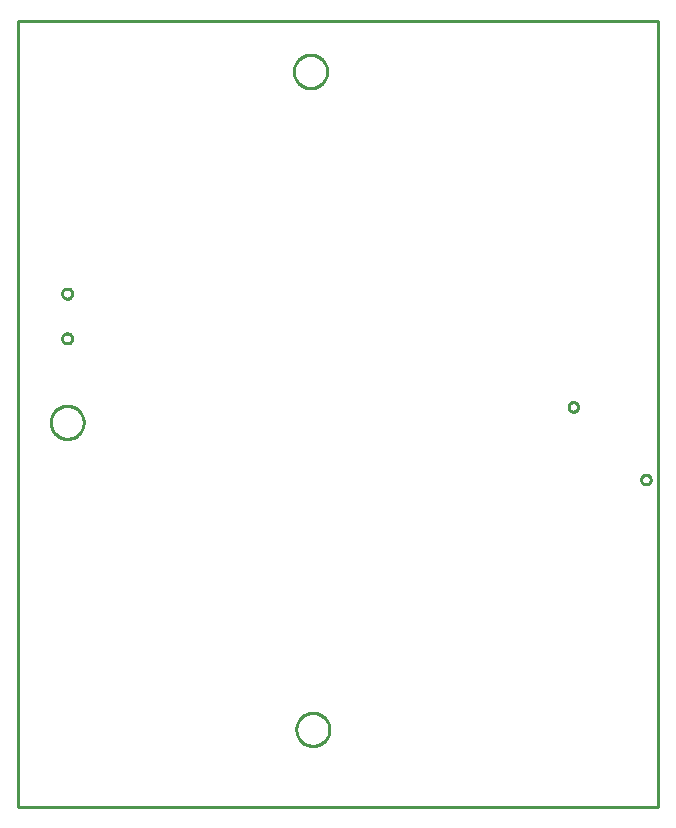
<source format=gbr>
G04 EAGLE Gerber RS-274X export*
G75*
%MOMM*%
%FSLAX34Y34*%
%LPD*%
%IN*%
%IPPOS*%
%AMOC8*
5,1,8,0,0,1.08239X$1,22.5*%
G01*
%ADD10C,0.254000*%


D10*
X0Y534500D02*
X542300Y534500D01*
X542300Y1200000D01*
X0Y1200000D01*
X0Y534500D01*
X470238Y869000D02*
X469718Y869068D01*
X469211Y869204D01*
X468727Y869405D01*
X468273Y869667D01*
X467857Y869986D01*
X467486Y870357D01*
X467167Y870773D01*
X466905Y871227D01*
X466704Y871711D01*
X466568Y872218D01*
X466500Y872738D01*
X466500Y873262D01*
X466568Y873782D01*
X466704Y874289D01*
X466905Y874773D01*
X467167Y875227D01*
X467486Y875643D01*
X467857Y876014D01*
X468273Y876333D01*
X468727Y876595D01*
X469211Y876796D01*
X469718Y876932D01*
X470238Y877000D01*
X470762Y877000D01*
X471282Y876932D01*
X471789Y876796D01*
X472273Y876595D01*
X472727Y876333D01*
X473143Y876014D01*
X473514Y875643D01*
X473833Y875227D01*
X474095Y874773D01*
X474296Y874289D01*
X474432Y873782D01*
X474500Y873262D01*
X474500Y872738D01*
X474432Y872218D01*
X474296Y871711D01*
X474095Y871227D01*
X473833Y870773D01*
X473514Y870357D01*
X473143Y869986D01*
X472727Y869667D01*
X472273Y869405D01*
X471789Y869204D01*
X471282Y869068D01*
X470762Y869000D01*
X470238Y869000D01*
X531738Y807500D02*
X531218Y807568D01*
X530711Y807704D01*
X530227Y807905D01*
X529773Y808167D01*
X529357Y808486D01*
X528986Y808857D01*
X528667Y809273D01*
X528405Y809727D01*
X528204Y810211D01*
X528068Y810718D01*
X528000Y811238D01*
X528000Y811762D01*
X528068Y812282D01*
X528204Y812789D01*
X528405Y813273D01*
X528667Y813727D01*
X528986Y814143D01*
X529357Y814514D01*
X529773Y814833D01*
X530227Y815095D01*
X530711Y815296D01*
X531218Y815432D01*
X531738Y815500D01*
X532262Y815500D01*
X532782Y815432D01*
X533289Y815296D01*
X533773Y815095D01*
X534227Y814833D01*
X534643Y814514D01*
X535014Y814143D01*
X535333Y813727D01*
X535595Y813273D01*
X535796Y812789D01*
X535932Y812282D01*
X536000Y811762D01*
X536000Y811238D01*
X535932Y810718D01*
X535796Y810211D01*
X535595Y809727D01*
X535333Y809273D01*
X535014Y808857D01*
X534643Y808486D01*
X534227Y808167D01*
X533773Y807905D01*
X533289Y807704D01*
X532782Y807568D01*
X532262Y807500D01*
X531738Y807500D01*
X46250Y968721D02*
X46177Y968169D01*
X46033Y967631D01*
X45820Y967116D01*
X45541Y966634D01*
X45202Y966192D01*
X44808Y965798D01*
X44366Y965459D01*
X43884Y965180D01*
X43369Y964967D01*
X42831Y964823D01*
X42279Y964750D01*
X41721Y964750D01*
X41169Y964823D01*
X40631Y964967D01*
X40116Y965180D01*
X39634Y965459D01*
X39192Y965798D01*
X38798Y966192D01*
X38459Y966634D01*
X38180Y967116D01*
X37967Y967631D01*
X37823Y968169D01*
X37750Y968721D01*
X37750Y969279D01*
X37823Y969831D01*
X37967Y970369D01*
X38180Y970884D01*
X38459Y971366D01*
X38798Y971808D01*
X39192Y972202D01*
X39634Y972541D01*
X40116Y972820D01*
X40631Y973033D01*
X41169Y973177D01*
X41721Y973250D01*
X42279Y973250D01*
X42831Y973177D01*
X43369Y973033D01*
X43884Y972820D01*
X44366Y972541D01*
X44808Y972202D01*
X45202Y971808D01*
X45541Y971366D01*
X45820Y970884D01*
X46033Y970369D01*
X46177Y969831D01*
X46250Y969279D01*
X46250Y968721D01*
X46250Y930721D02*
X46177Y930169D01*
X46033Y929631D01*
X45820Y929116D01*
X45541Y928634D01*
X45202Y928192D01*
X44808Y927798D01*
X44366Y927459D01*
X43884Y927180D01*
X43369Y926967D01*
X42831Y926823D01*
X42279Y926750D01*
X41721Y926750D01*
X41169Y926823D01*
X40631Y926967D01*
X40116Y927180D01*
X39634Y927459D01*
X39192Y927798D01*
X38798Y928192D01*
X38459Y928634D01*
X38180Y929116D01*
X37967Y929631D01*
X37823Y930169D01*
X37750Y930721D01*
X37750Y931279D01*
X37823Y931831D01*
X37967Y932369D01*
X38180Y932884D01*
X38459Y933366D01*
X38798Y933808D01*
X39192Y934202D01*
X39634Y934541D01*
X40116Y934820D01*
X40631Y935033D01*
X41169Y935177D01*
X41721Y935250D01*
X42279Y935250D01*
X42831Y935177D01*
X43369Y935033D01*
X43884Y934820D01*
X44366Y934541D01*
X44808Y934202D01*
X45202Y933808D01*
X45541Y933366D01*
X45820Y932884D01*
X46033Y932369D01*
X46177Y931831D01*
X46250Y931279D01*
X46250Y930721D01*
X56000Y859500D02*
X55929Y858503D01*
X55786Y857513D01*
X55574Y856536D01*
X55292Y855576D01*
X54943Y854639D01*
X54527Y853729D01*
X54048Y852852D01*
X53507Y852010D01*
X52908Y851210D01*
X52253Y850454D01*
X51546Y849747D01*
X50790Y849092D01*
X49990Y848493D01*
X49148Y847952D01*
X48271Y847473D01*
X47361Y847057D01*
X46424Y846708D01*
X45465Y846426D01*
X44487Y846214D01*
X43498Y846071D01*
X42500Y846000D01*
X41500Y846000D01*
X40503Y846071D01*
X39513Y846214D01*
X38536Y846426D01*
X37576Y846708D01*
X36639Y847057D01*
X35729Y847473D01*
X34852Y847952D01*
X34010Y848493D01*
X33210Y849092D01*
X32454Y849747D01*
X31747Y850454D01*
X31092Y851210D01*
X30493Y852010D01*
X29952Y852852D01*
X29473Y853729D01*
X29057Y854639D01*
X28708Y855576D01*
X28426Y856536D01*
X28214Y857513D01*
X28071Y858503D01*
X28000Y859500D01*
X28000Y860500D01*
X28071Y861498D01*
X28214Y862487D01*
X28426Y863465D01*
X28708Y864424D01*
X29057Y865361D01*
X29473Y866271D01*
X29952Y867148D01*
X30493Y867990D01*
X31092Y868790D01*
X31747Y869546D01*
X32454Y870253D01*
X33210Y870908D01*
X34010Y871507D01*
X34852Y872048D01*
X35729Y872527D01*
X36639Y872943D01*
X37576Y873292D01*
X38536Y873574D01*
X39513Y873786D01*
X40503Y873929D01*
X41500Y874000D01*
X42500Y874000D01*
X43498Y873929D01*
X44487Y873786D01*
X45465Y873574D01*
X46424Y873292D01*
X47361Y872943D01*
X48271Y872527D01*
X49148Y872048D01*
X49990Y871507D01*
X50790Y870908D01*
X51546Y870253D01*
X52253Y869546D01*
X52908Y868790D01*
X53507Y867990D01*
X54048Y867148D01*
X54527Y866271D01*
X54943Y865361D01*
X55292Y864424D01*
X55574Y863465D01*
X55786Y862487D01*
X55929Y861498D01*
X56000Y860500D01*
X56000Y859500D01*
X262000Y1156500D02*
X261929Y1155503D01*
X261786Y1154513D01*
X261574Y1153536D01*
X261292Y1152576D01*
X260943Y1151639D01*
X260527Y1150729D01*
X260048Y1149852D01*
X259507Y1149010D01*
X258908Y1148210D01*
X258253Y1147454D01*
X257546Y1146747D01*
X256790Y1146092D01*
X255990Y1145493D01*
X255148Y1144952D01*
X254271Y1144473D01*
X253361Y1144057D01*
X252424Y1143708D01*
X251465Y1143426D01*
X250487Y1143214D01*
X249498Y1143071D01*
X248500Y1143000D01*
X247500Y1143000D01*
X246503Y1143071D01*
X245513Y1143214D01*
X244536Y1143426D01*
X243576Y1143708D01*
X242639Y1144057D01*
X241729Y1144473D01*
X240852Y1144952D01*
X240010Y1145493D01*
X239210Y1146092D01*
X238454Y1146747D01*
X237747Y1147454D01*
X237092Y1148210D01*
X236493Y1149010D01*
X235952Y1149852D01*
X235473Y1150729D01*
X235057Y1151639D01*
X234708Y1152576D01*
X234426Y1153536D01*
X234214Y1154513D01*
X234071Y1155503D01*
X234000Y1156500D01*
X234000Y1157500D01*
X234071Y1158498D01*
X234214Y1159487D01*
X234426Y1160465D01*
X234708Y1161424D01*
X235057Y1162361D01*
X235473Y1163271D01*
X235952Y1164148D01*
X236493Y1164990D01*
X237092Y1165790D01*
X237747Y1166546D01*
X238454Y1167253D01*
X239210Y1167908D01*
X240010Y1168507D01*
X240852Y1169048D01*
X241729Y1169527D01*
X242639Y1169943D01*
X243576Y1170292D01*
X244536Y1170574D01*
X245513Y1170786D01*
X246503Y1170929D01*
X247500Y1171000D01*
X248500Y1171000D01*
X249498Y1170929D01*
X250487Y1170786D01*
X251465Y1170574D01*
X252424Y1170292D01*
X253361Y1169943D01*
X254271Y1169527D01*
X255148Y1169048D01*
X255990Y1168507D01*
X256790Y1167908D01*
X257546Y1167253D01*
X258253Y1166546D01*
X258908Y1165790D01*
X259507Y1164990D01*
X260048Y1164148D01*
X260527Y1163271D01*
X260943Y1162361D01*
X261292Y1161424D01*
X261574Y1160465D01*
X261786Y1159487D01*
X261929Y1158498D01*
X262000Y1157500D01*
X262000Y1156500D01*
X264000Y599500D02*
X263929Y598503D01*
X263786Y597513D01*
X263574Y596536D01*
X263292Y595576D01*
X262943Y594639D01*
X262527Y593729D01*
X262048Y592852D01*
X261507Y592010D01*
X260908Y591210D01*
X260253Y590454D01*
X259546Y589747D01*
X258790Y589092D01*
X257990Y588493D01*
X257148Y587952D01*
X256271Y587473D01*
X255361Y587057D01*
X254424Y586708D01*
X253465Y586426D01*
X252487Y586214D01*
X251498Y586071D01*
X250500Y586000D01*
X249500Y586000D01*
X248503Y586071D01*
X247513Y586214D01*
X246536Y586426D01*
X245576Y586708D01*
X244639Y587057D01*
X243729Y587473D01*
X242852Y587952D01*
X242010Y588493D01*
X241210Y589092D01*
X240454Y589747D01*
X239747Y590454D01*
X239092Y591210D01*
X238493Y592010D01*
X237952Y592852D01*
X237473Y593729D01*
X237057Y594639D01*
X236708Y595576D01*
X236426Y596536D01*
X236214Y597513D01*
X236071Y598503D01*
X236000Y599500D01*
X236000Y600500D01*
X236071Y601498D01*
X236214Y602487D01*
X236426Y603465D01*
X236708Y604424D01*
X237057Y605361D01*
X237473Y606271D01*
X237952Y607148D01*
X238493Y607990D01*
X239092Y608790D01*
X239747Y609546D01*
X240454Y610253D01*
X241210Y610908D01*
X242010Y611507D01*
X242852Y612048D01*
X243729Y612527D01*
X244639Y612943D01*
X245576Y613292D01*
X246536Y613574D01*
X247513Y613786D01*
X248503Y613929D01*
X249500Y614000D01*
X250500Y614000D01*
X251498Y613929D01*
X252487Y613786D01*
X253465Y613574D01*
X254424Y613292D01*
X255361Y612943D01*
X256271Y612527D01*
X257148Y612048D01*
X257990Y611507D01*
X258790Y610908D01*
X259546Y610253D01*
X260253Y609546D01*
X260908Y608790D01*
X261507Y607990D01*
X262048Y607148D01*
X262527Y606271D01*
X262943Y605361D01*
X263292Y604424D01*
X263574Y603465D01*
X263786Y602487D01*
X263929Y601498D01*
X264000Y600500D01*
X264000Y599500D01*
M02*

</source>
